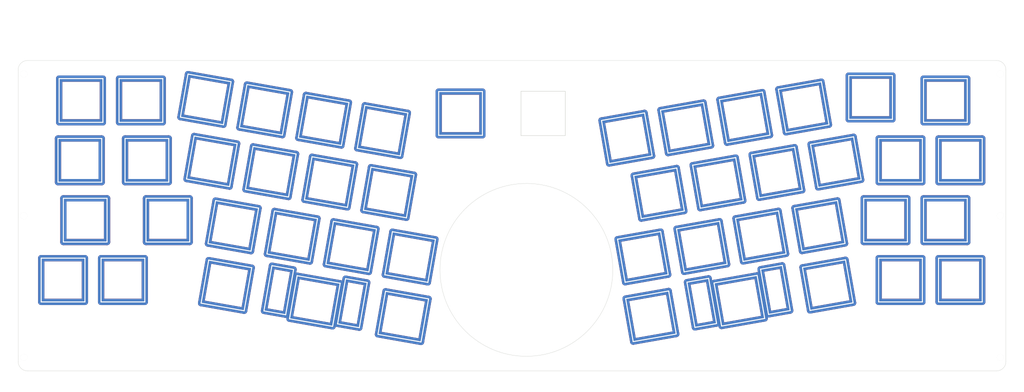
<source format=kicad_pcb>
(kicad_pcb (version 20211014) (generator pcbnew)
  (layers (0 "F.Cu" signal) (31 "B.Cu" signal) (34 "B.Paste" user) (35 "F.Paste" user) (36 "B.SilkS" user "B.Silkscreen") (37 "F.SilkS" user "F.Silkscreen") (38 "B.Mask" user) (39 "F.Mask" user) (44 "Edge.Cuts" user))
  (net 0 "")
  (footprint "kbd_SW_Hole:SW_Hole_TH_1" (layer "F.Cu") (at 55.245 49.021817)
    (fp_text reference "SW6" hide)
    (fp_text value "SW_PUSH" hide)
    (fp_line (start 7.05 7.05) (end -7.05 7.05) (layer "Edge.Cuts") (width 0.12))
    (fp_line (start -7.05 7.05) (end -7.05 -7.05) (layer "Edge.Cuts") (width 0.12))
    (fp_line (start -7.05 -7.05) (end 7.05 -7.05) (layer "Edge.Cuts") (width 0.12))
    (fp_line (start 7.05 -7.05) (end 7.05 7.05) (layer "Edge.Cuts") (width 0.12))
    (pad "1" thru_hole oval locked (at 0 6.95 90) (size 2 15.9) (drill oval 0.3 14.2) (layers *.Cu *.Mask))
    (pad "1" thru_hole oval locked (at 0 -6.95 90) (size 2 15.9) (drill oval 0.3 14.2) (layers *.Cu *.Mask))
    (pad "1" thru_hole oval locked (at 6.95 0) (size 2 15.9) (drill oval 0.3 14.2) (layers *.Cu *.Mask))
    (pad "1" thru_hole oval locked (at -6.95 0) (size 2 15.9) (drill oval 0.3 14.2) (layers *.Cu *.Mask))
  )
  (footprint "kbd_SW_Hole:SW_Hole_TH_1" (layer "F.Cu") (at 53.34 29.971817)
    (fp_text reference "SW5" hide)
    (fp_text value "SW_PUSH" hide)
    (fp_line (start 7.05 7.05) (end -7.05 7.05) (layer "Edge.Cuts") (width 0.12))
    (fp_line (start -7.05 -7.05) (end 7.05 -7.05) (layer "Edge.Cuts") (width 0.12))
    (fp_line (start -7.05 7.05) (end -7.05 -7.05) (layer "Edge.Cuts") (width 0.12))
    (fp_line (start 7.05 -7.05) (end 7.05 7.05) (layer "Edge.Cuts") (width 0.12))
    (pad "1" thru_hole oval locked (at 0 6.95 90) (size 2 15.9) (drill oval 0.3 14.2) (layers *.Cu *.Mask))
    (pad "1" thru_hole oval locked (at 0 -6.95 90) (size 2 15.9) (drill oval 0.3 14.2) (layers *.Cu *.Mask))
    (pad "1" thru_hole oval locked (at 6.95 0) (size 2 15.9) (drill oval 0.3 14.2) (layers *.Cu *.Mask))
    (pad "1" thru_hole oval locked (at -6.95 0) (size 2 15.9) (drill oval 0.3 14.2) (layers *.Cu *.Mask))
  )
  (footprint "kbd_SW_Hole:SW_Hole_TH_1.75" (layer "F.Cu") (at 35.6235 68.071817)
    (fp_text reference "SW3" hide)
    (fp_text value "SW_PUSH" hide)
    (fp_line (start -7.05 7.05) (end -7.05 -7.05) (layer "Edge.Cuts") (width 0.12))
    (fp_line (start 7.05 7.05) (end -7.05 7.05) (layer "Edge.Cuts") (width 0.12))
    (fp_line (start 7.05 -7.05) (end 7.05 7.05) (layer "Edge.Cuts") (width 0.12))
    (fp_line (start -7.05 -7.05) (end 7.05 -7.05) (layer "Edge.Cuts") (width 0.12))
    (pad "1" thru_hole oval locked (at -6.95 0) (size 2 15.9) (drill oval 0.3 14.2) (layers *.Cu *.Mask))
    (pad "1" thru_hole oval locked (at 0 6.95 90) (size 2 15.9) (drill oval 0.3 14.2) (layers *.Cu *.Mask))
    (pad "1" thru_hole oval locked (at 6.95 0) (size 2 15.9) (drill oval 0.3 14.2) (layers *.Cu *.Mask))
    (pad "1" thru_hole oval locked (at 0 -6.95 90) (size 2 15.9) (drill oval 0.3 14.2) (layers *.Cu *.Mask))
  )
  (footprint "kbd_SW_Hole:SW_Hole_TH_1" (layer "F.Cu") (at 34.29 29.971817)
    (fp_text reference "SW1" hide)
    (fp_text value "SW_PUSH" hide)
    (fp_line (start 7.05 -7.05) (end 7.05 7.05) (layer "Edge.Cuts") (width 0.12))
    (fp_line (start 7.05 7.05) (end -7.05 7.05) (layer "Edge.Cuts") (width 0.12))
    (fp_line (start -7.05 7.05) (end -7.05 -7.05) (layer "Edge.Cuts") (width 0.12))
    (fp_line (start -7.05 -7.05) (end 7.05 -7.05) (layer "Edge.Cuts") (width 0.12))
    (pad "1" thru_hole oval locked (at 6.95 0) (size 2 15.9) (drill oval 0.3 14.2) (layers *.Cu *.Mask))
    (pad "1" thru_hole oval locked (at 0 -6.95 90) (size 2 15.9) (drill oval 0.3 14.2) (layers *.Cu *.Mask))
    (pad "1" thru_hole oval locked (at -6.95 0) (size 2 15.9) (drill oval 0.3 14.2) (layers *.Cu *.Mask))
    (pad "1" thru_hole oval locked (at 0 6.95 90) (size 2 15.9) (drill oval 0.3 14.2) (layers *.Cu *.Mask))
  )
  (footprint "kbd_SW_Hole:SW_Hole_TH_1.25" (layer "F.Cu") (at 33.909 49.021817)
    (fp_text reference "SW2" hide)
    (fp_text value "KEY_SWITCH" hide)
    (fp_line (start 7.05 7.05) (end -7.05 7.05) (layer "Edge.Cuts") (width 0.12))
    (fp_line (start -7.05 -7.05) (end 7.05 -7.05) (layer "Edge.Cuts") (width 0.12))
    (fp_line (start -7.05 7.05) (end -7.05 -7.05) (layer "Edge.Cuts") (width 0.12))
    (fp_line (start 7.05 -7.05) (end 7.05 7.05) (layer "Edge.Cuts") (width 0.12))
    (pad "1" thru_hole oval locked (at 0 -6.95 90) (size 2 15.9) (drill oval 0.3 14.2) (layers *.Cu *.Mask))
    (pad "1" thru_hole oval locked (at -6.95 0) (size 2 15.9) (drill oval 0.3 14.2) (layers *.Cu *.Mask))
    (pad "1" thru_hole oval locked (at 0 6.95 90) (size 2 15.9) (drill oval 0.3 14.2) (layers *.Cu *.Mask))
    (pad "1" thru_hole oval locked (at 6.95 0) (size 2 15.9) (drill oval 0.3 14.2) (layers *.Cu *.Mask))
  )
  (footprint "kbd_SW_Hole:SW_Hole_TH_2" (layer "F.Cu") (at 108.699152 93.801291 170)
    (fp_text reference "SW16" hide)
    (fp_text value "KEY_SWITCH" hide)
    (fp_line (start -7.05 -7.05) (end 7.05 -7.05) (layer "Edge.Cuts") (width 0.15))
    (fp_line (start 15.5 8.8) (end 15.5 -6) (layer "Edge.Cuts") (width 0.12))
    (fp_line (start 8.3 -6) (end 8.3 8.8) (layer "Edge.Cuts") (width 0.12))
    (fp_line (start -7.05 7.05) (end -7.05 -7.05) (layer "Edge.Cuts") (width 0.15))
    (fp_line (start 15.5 -6) (end 8.3 -6) (layer "Edge.Cuts") (width 0.12))
    (fp_line (start 7.05 -7.05) (end 7.05 7.05) (layer "Edge.Cuts") (width 0.15))
    (fp_line (start 7.05 7.05) (end -7.05 7.05) (layer "Edge.Cuts") (width 0.15))
    (fp_line (start -8.3 -6) (end -8.3 8.8) (layer "Edge.Cuts") (width 0.12))
    (fp_line (start -8.3 8.8) (end -15.5 8.8) (layer "Edge.Cuts") (width 0.12))
    (fp_line (start -15.5 8.8) (end -15.5 -6) (layer "Edge.Cuts") (width 0.12))
    (fp_line (start -15.5 -6) (end -8.3 -6) (layer "Edge.Cuts") (width 0.12))
    (fp_line (start 8.3 8.8) (end 15.5 8.8) (layer "Edge.Cuts") (width 0.12))
    (pad "1" thru_hole oval locked (at 11.9 8.7 260) (size 2 8.9) (drill oval 0.3 7.3) (layers *.Cu *.Mask))
    (pad "1" thru_hole oval locked (at 0 6.95 260) (size 2 15.9) (drill oval 0.3 14.2) (layers *.Cu *.Mask))
    (pad "1" thru_hole oval locked (at -6.95 0 170) (size 2 15.9) (drill oval 0.3 14.2) (layers *.Cu *.Mask))
    (pad "1" thru_hole oval locked (at -15.4 1.4 170) (size 2 16.6) (drill oval 0.3 14.9) (layers *.Cu *.Mask))
    (pad "1" thru_hole oval locked (at 15.4 1.4 170) (size 2 16.6) (drill oval 0.3 14.9) (layers *.Cu *.Mask))
    (pad "1" thru_hole oval locked (at 8.4 1.4 170) (size 2 16.6) (drill oval 0.3 14.9) (layers *.Cu *.Mask))
    (pad "1" thru_hole oval locked (at 0 -6.95 260) (size 2 15.9) (drill oval 0.3 14.2) (layers *.Cu *.Mask))
    (pad "1" thru_hole oval locked (at -8.4 1.4 170) (size 2 16.6) (drill oval 0.3 14.9) (layers *.Cu *.Mask))
    (pad "1" thru_hole oval locked (at 11.9 -5.9 260) (size 2 8.9) (drill oval 0.3 7.3) (layers *.Cu *.Mask))
    (pad "1" thru_hole oval locked (at -11.9 8.7 260) (size 2 8.9) (drill oval 0.3 7.3) (layers *.Cu *.Mask))
    (pad "1" thru_hole oval locked (at 6.95 0 170) (size 2 15.9) (drill oval 0.3 14.2) (layers *.Cu *.Mask))
    (pad "1" thru_hole oval locked (at -11.9 -5.9 260) (size 2 8.9) (drill oval 0.3 7.3) (layers *.Cu *.Mask))
  )
  (footprint "kbd_SW_Hole:SW_Hole_TH_1" (layer "F.Cu") (at 47.625 87.121817)
    (fp_text reference "SW8" hide)
    (fp_text value "SW_PUSH" hide)
    (fp_line (start -7.05 -7.05) (end 7.05 -7.05) (layer "Edge.Cuts") (width 0.12))
    (fp_line (start -7.05 7.05) (end -7.05 -7.05) (layer "Edge.Cuts") (width 0.12))
    (fp_line (start 7.05 7.05) (end -7.05 7.05) (layer "Edge.Cuts") (width 0.12))
    (fp_line (start 7.05 -7.05) (end 7.05 7.05) (layer "Edge.Cuts") (width 0.12))
    (pad "1" thru_hole oval locked (at -6.95 0) (size 2 15.9) (drill oval 0.3 14.2) (layers *.Cu *.Mask))
    (pad "1" thru_hole oval locked (at 0 6.95 90) (size 2 15.9) (drill oval 0.3 14.2) (layers *.Cu *.Mask))
    (pad "1" thru_hole oval locked (at 0 -6.95 90) (size 2 15.9) (drill oval 0.3 14.2) (layers *.Cu *.Mask))
    (pad "1" thru_hole oval locked (at 6.95 0) (size 2 15.9) (drill oval 0.3 14.2) (layers *.Cu *.Mask))
  )
  (footprint "kbd_SW_Hole:SW_Hole_TH_1" (layer "F.Cu") (at 61.9125 68.071817)
    (fp_text reference "SW7" hide)
    (fp_text value "SW_PUSH" hide)
    (fp_line (start -7.05 -7.05) (end 7.05 -7.05) (layer "Edge.Cuts") (width 0.12))
    (fp_line (start -7.05 7.05) (end -7.05 -7.05) (layer "Edge.Cuts") (width 0.12))
    (fp_line (start 7.05 7.05) (end -7.05 7.05) (layer "Edge.Cuts") (width 0.12))
    (fp_line (start 7.05 -7.05) (end 7.05 7.05) (layer "Edge.Cuts") (width 0.12))
    (pad "1" thru_hole oval locked (at -6.95 0) (size 2 15.9) (drill oval 0.3 14.2) (layers *.Cu *.Mask))
    (pad "1" thru_hole oval locked (at 0 6.95 90) (size 2 15.9) (drill oval 0.3 14.2) (layers *.Cu *.Mask))
    (pad "1" thru_hole oval locked (at 6.95 0) (size 2 15.9) (drill oval 0.3 14.2) (layers *.Cu *.Mask))
    (pad "1" thru_hole oval locked (at 0 -6.95 90) (size 2 15.9) (drill oval 0.3 14.2) (layers *.Cu *.Mask))
  )
  (footprint "kbd_SW_Hole:SW_Hole_TH_1" (layer "F.Cu") (at 73.972946 29.646492 -10)
    (fp_text reference "SW9" hide)
    (fp_text value "SW_PUSH" hide)
    (fp_line (start 7.05 -7.05) (end 7.05 7.05) (layer "Edge.Cuts") (width 0.12))
    (fp_line (start -7.05 -7.05) (end 7.05 -7.05) (layer "Edge.Cuts") (width 0.12))
    (fp_line (start -7.05 7.05) (end -7.05 -7.05) (layer "Edge.Cuts") (width 0.12))
    (fp_line (start 7.05 7.05) (end -7.05 7.05) (layer "Edge.Cuts") (width 0.12))
    (pad "1" thru_hole oval locked (at -6.95 0 350) (size 2 15.9) (drill oval 0.3 14.2) (layers *.Cu *.Mask))
    (pad "1" thru_hole oval locked (at 0 -6.95 80) (size 2 15.9) (drill oval 0.3 14.2) (layers *.Cu *.Mask))
    (pad "1" thru_hole oval locked (at 0 6.95 80) (size 2 15.9) (drill oval 0.3 14.2) (layers *.Cu *.Mask))
    (pad "1" thru_hole oval locked (at 6.95 0 350) (size 2 15.9) (drill oval 0.3 14.2) (layers *.Cu *.Mask))
  )
  (footprint "kbd_SW_Hole:SW_Hole_TH_1" (layer "F.Cu") (at 28.575 87.121817)
    (fp_text reference "SW4" hide)
    (fp_text value "SW_PUSH" hide)
    (fp_line (start 7.05 7.05) (end -7.05 7.05) (layer "Edge.Cuts") (width 0.12))
    (fp_line (start -7.05 -7.05) (end 7.05 -7.05) (layer "Edge.Cuts") (width 0.12))
    (fp_line (start -7.05 7.05) (end -7.05 -7.05) (layer "Edge.Cuts") (width 0.12))
    (fp_line (start 7.05 -7.05) (end 7.05 7.05) (layer "Edge.Cuts") (width 0.12))
    (pad "1" thru_hole oval locked (at 6.95 0) (size 2 15.9) (drill oval 0.3 14.2) (layers *.Cu *.Mask))
    (pad "1" thru_hole oval locked (at -6.95 0) (size 2 15.9) (drill oval 0.3 14.2) (layers *.Cu *.Mask))
    (pad "1" thru_hole oval locked (at 0 6.95 90) (size 2 15.9) (drill oval 0.3 14.2) (layers *.Cu *.Mask))
    (pad "1" thru_hole oval locked (at 0 -6.95 90) (size 2 15.9) (drill oval 0.3 14.2) (layers *.Cu *.Mask))
  )
  (footprint "kbd_SW_Hole:SW_Hole_TH_1" (layer "F.Cu") (at 92.733533 32.95449 -10)
    (fp_text reference "SW13" hide)
    (fp_text value "SW_PUSH" hide)
    (fp_line (start -7.05 7.05) (end -7.05 -7.05) (layer "Edge.Cuts") (width 0.12))
    (fp_line (start 7.05 -7.05) (end 7.05 7.05) (layer "Edge.Cuts") (width 0.12))
    (fp_line (start 7.05 7.05) (end -7.05 7.05) (layer "Edge.Cuts") (width 0.12))
    (fp_line (start -7.05 -7.05) (end 7.05 -7.05) (layer "Edge.Cuts") (width 0.12))
    (pad "1" thru_hole oval locked (at 0 6.95 80) (size 2 15.9) (drill oval 0.3 14.2) (layers *.Cu *.Mask))
    (pad "1" thru_hole oval locked (at 0 -6.95 80) (size 2 15.9) (drill oval 0.3 14.2) (layers *.Cu *.Mask))
    (pad "1" thru_hole oval locked (at -6.95 0 350) (size 2 15.9) (drill oval 0.3 14.2) (layers *.Cu *.Mask))
    (pad "1" thru_hole oval locked (at 6.95 0 350) (size 2 15.9) (drill oval 0.3 14.2) (layers *.Cu *.Mask))
  )
  (footprint "kbd_SW_Hole:SW_Hole_TH_1" (layer "F.Cu") (at 136.840032 98.763287 -10)
    (fp_text reference "SW23" hide)
    (fp_text value "SW_PUSH" hide)
    (fp_line (start 7.05 -7.05) (end 7.05 7.05) (layer "Edge.Cuts") (width 0.12))
    (fp_line (start 7.05 7.05) (end -7.05 7.05) (layer "Edge.Cuts") (width 0.12))
    (fp_line (start -7.05 -7.05) (end 7.05 -7.05) (layer "Edge.Cuts") (width 0.12))
    (fp_line (start -7.05 7.05) (end -7.05 -7.05) (layer "Edge.Cuts") (width 0.12))
    (pad "1" thru_hole oval locked (at 0 -6.95 80) (size 2 15.9) (drill oval 0.3 14.2) (layers *.Cu *.Mask))
    (pad "1" thru_hole oval locked (at 6.95 0 350) (size 2 15.9) (drill oval 0.3 14.2) (layers *.Cu *.Mask))
    (pad "1" thru_hole oval locked (at -6.95 0 350) (size 2 15.9) (drill oval 0.3 14.2) (layers *.Cu *.Mask))
    (pad "1" thru_hole oval locked (at 0 6.95 80) (size 2 15.9) (drill oval 0.3 14.2) (layers *.Cu *.Mask))
  )
  (footprint "kbd_SW_Hole:SW_Hole_TH_1" (layer "F.Cu") (at 111.494121 36.262488 -10)
    (fp_text reference "SW17" hide)
    (fp_text value "SW_PUSH" hide)
    (fp_line (start 7.05 7.05) (end -7.05 7.05) (layer "Edge.Cuts") (width 0.12))
    (fp_line (start -7.05 -7.05) (end 7.05 -7.05) (layer "Edge.Cuts") (width 0.12))
    (fp_line (start 7.05 -7.05) (end 7.05 7.05) (layer "Edge.Cuts") (width 0.12))
    (fp_line (start -7.05 7.05) (end -7.05 -7.05) (layer "Edge.Cuts") (width 0.12))
    (pad "1" thru_hole oval locked (at 0 -6.95 80) (size 2 15.9) (drill oval 0.3 14.2) (layers *.Cu *.Mask))
    (pad "1" thru_hole oval locked (at -6.95 0 350) (size 2 15.9) (drill oval 0.3 14.2) (layers *.Cu *.Mask))
    (pad "1" thru_hole oval locked (at 6.95 0 350) (size 2 15.9) (drill oval 0.3 14.2) (layers *.Cu *.Mask))
    (pad "1" thru_hole oval locked (at 0 6.95 80) (size 2 15.9) (drill oval 0.3 14.2) (layers *.Cu *.Mask))
  )
  (footprint "kbd_SW_Hole:SW_Hole_TH_1" (layer "F.Cu") (at 130.254709 39.570487 -10)
    (fp_text reference "SW20" hide)
    (fp_text value "SW_PUSH" hide)
    (fp_line (start 7.05 7.05) (end -7.05 7.05) (layer "Edge.Cuts") (width 0.12))
    (fp_line (start -7.05 7.05) (end -7.05 -7.05) (layer "Edge.Cuts") (width 0.12))
    (fp_line (start 7.05 -7.05) (end 7.05 7.05) (layer "Edge.Cuts") (width 0.12))
    (fp_line (start -7.05 -7.05) (end 7.05 -7.05) (layer "Edge.Cuts") (width 0.12))
    (pad "1" thru_hole oval locked (at 0 6.95 80) (size 2 15.9) (drill oval 0.3 14.2) (layers *.Cu *.Mask))
    (pad "1" thru_hole oval locked (at 0 -6.95 80) (size 2 15.9) (drill oval 0.3 14.2) (layers *.Cu *.Mask))
    (pad "1" thru_hole oval locked (at -6.95 0 350) (size 2 15.9) (drill oval 0.3 14.2) (layers *.Cu *.Mask))
    (pad "1" thru_hole oval locked (at 6.95 0 350) (size 2 15.9) (drill oval 0.3 14.2) (layers *.Cu *.Mask))
  )
  (footprint "kbd_SW_Hole:SW_Hole_1" (layer "F.Cu") (at 181.356 34.0995)
    (fp_text reference "SW25" hide)
    (fp_text value "SW_PUSH" hide)
    (fp_line (start 7.05 -7.05) (end 7.05 7.05) (layer "Edge.Cuts") (width 0.15))
    (fp_line (start -7.05 -7.05) (end 7.05 -7.05) (layer "Edge.Cuts") (width 0.15))
    (fp_line (start 7.05 7.05) (end -7.05 7.05) (layer "Edge.Cuts") (width 0.15))
    (fp_line (start -7.05 7.05) (end -7.05 -7.05) (layer "Edge.Cuts") (width 0.15))
  )
  (footprint "kbd_SW_Hole:SW_Hole_TH_1" (layer "F.Cu") (at 314.1345 87.121817)
    (fp_text reference "SW48" hide)
    (fp_text value "SW_PUSH" hide)
    (fp_line (start 7.05 7.05) (end -7.05 7.05) (layer "Edge.Cuts") (width 0.12))
    (fp_line (start -7.05 7.05) (end -7.05 -7.05) (layer "Edge.Cuts") (width 0.12))
    (fp_line (start 7.05 -7.05) (end 7.05 7.05) (layer "Edge.Cuts") (width 0.12))
    (fp_line (start -7.05 -7.05) (end 7.05 -7.05) (layer "Edge.Cuts") (width 0.12))
    (pad "1" thru_hole oval locked (at 0 -6.95 90) (size 2 15.9) (drill oval 0.3 14.2) (layers *.Cu *.Mask))
    (pad "1" thru_hole oval locked (at -6.95 0) (size 2 15.9) (drill oval 0.3 14.2) (layers *.Cu *.Mask))
    (pad "1" thru_hole oval locked (at 0 6.95 90) (size 2 15.9) (drill oval 0.3 14.2) (layers *.Cu *.Mask))
    (pad "1" thru_hole oval locked (at 6.95 0) (size 2 15.9) (drill oval 0.3 14.2) (layers *.Cu *.Mask))
  )
  (footprint "kbd_SW_Hole:SW_Hole_TH_1" (layer "F.Cu") (at 314.1345 49.021817)
    (fp_text reference "SW46" hide)
    (fp_text value "SW_PUSH" hide)
    (fp_line (start -7.05 -7.05) (end 7.05 -7.05) (layer "Edge.Cuts") (width 0.12))
    (fp_line (start 7.05 -7.05) (end 7.05 7.05) (layer "Edge.Cuts") (width 0.12))
    (fp_line (start -7.05 7.05) (end -7.05 -7.05) (layer "Edge.Cuts") (width 0.12))
    (fp_line (start 7.05 7.05) (end -7.05 7.05) (layer "Edge.Cuts") (width 0.12))
    (pad "1" thru_hole oval locked (at 0 6.95 90) (size 2 15.9) (drill oval 0.3 14.2) (layers *.Cu *.Mask))
    (pad "1" thru_hole oval locked (at -6.95 0) (size 2 15.9) (drill oval 0.3 14.2) (layers *.Cu *.Mask))
    (pad "1" thru_hole oval locked (at 6.95 0) (size 2 15.9) (drill oval 0.3 14.2) (layers *.Cu *.Mask))
    (pad "1" thru_hole oval locked (at 0 -6.95 90) (size 2 15.9) (drill oval 0.3 14.2) (layers *.Cu *.Mask))
  )
  (footprint "kbd_SW_Hole:SW_Hole_TH_1" (layer "F.Cu") (at 309.372 68.071817)
    (fp_text reference "SW47" hide)
    (fp_text value "SW_PUSH" hide)
    (fp_line (start -7.05 7.05) (end -7.05 -7.05) (layer "Edge.Cuts") (width 0.12))
    (fp_line (start 7.05 -7.05) (end 7.05 7.05) (layer "Edge.Cuts") (width 0.12))
    (fp_line (start 7.05 7.05) (end -7.05 7.05) (layer "Edge.Cuts") (width 0.12))
    (fp_line (start -7.05 -7.05) (end 7.05 -7.05) (layer "Edge.Cuts") (width 0.12))
    (pad "1" thru_hole oval locked (at 0 6.95 90) (size 2 15.9) (drill oval 0.3 14.2) (layers *.Cu *.Mask))
    (pad "1" thru_hole oval locked (at -6.95 0) (size 2 15.9) (drill oval 0.3 14.2) (layers *.Cu *.Mask))
    (pad "1" thru_hole oval locked (at 0 -6.95 90) (size 2 15.9) (drill oval 0.3 14.2) (layers *.Cu *.Mask))
    (pad "1" thru_hole oval locked (at 6.95 0) (size 2 15.9) (drill oval 0.3 14.2) (layers *.Cu *.Mask))
  )
  (footprint "kbd_SW_Hole:SW_Hole_TH_1.5" (layer "F.Cu") (at 309.372 29.971817)
    (fp_text reference "SW45" hide)
    (fp_text value "SW_PUSH" hide)
    (fp_line (start 7.05 -7.05) (end 7.05 7.05) (layer "Edge.Cuts") (width 0.12))
    (fp_line (start -7.05 -7.05) (end 7.05 -7.05) (layer "Edge.Cuts") (width 0.12))
    (fp_line (start -7.05 7.05) (end -7.05 -7.05) (layer "Edge.Cuts") (width 0.12))
    (fp_line (start 7.05 7.05) (end -7.05 7.05) (layer "Edge.Cuts") (width 0.12))
    (pad "1" thru_hole oval locked (at 0 6.95 90) (size 2 15.9) (drill oval 0.3 14.2) (layers *.Cu *.Mask))
    (pad "1" thru_hole oval locked (at 6.95 0) (size 2 15.9) (drill oval 0.3 14.2) (layers *.Cu *.Mask))
    (pad "1" thru_hole oval locked (at -6.95 0) (size 2 15.9) (drill oval 0.3 14.2) (layers *.Cu *.Mask))
    (pad "1" thru_hole oval locked (at 0 -6.95 90) (size 2 15.9) (drill oval 0.3 14.2) (layers *.Cu *.Mask))
  )
  (footprint "kbd_Hole:m2_Screw_Hole_EdgeCuts" (layer "F.Cu") (at 16.075 21.55)
    (fp_text reference "J4" hide)
    (fp_text value "Conn_01x01" hide)
    (fp_circle (center 0 0) (end 1.1 0) (layer "Edge.Cuts") (width 0.01) (fill none))
  )
  (footprint "kbd_Hole:m2_Screw_Hole_EdgeCuts" (layer "F.Cu") (at 16.075 66.65)
    (fp_text reference "J5" hide)
    (fp_text value "Conn_01x01" hide)
    (fp_circle (center 0 0) (end 1.1 0) (layer "Edge.Cuts") (width 0.01) (fill none))
  )
  (footprint "kbd_Hole:m2_Screw_Hole_EdgeCuts" (layer "F.Cu") (at 16.075 111.75)
    (fp_text reference "J6" hide)
    (fp_text value "Conn_01x01" hide)
    (fp_circle (center 0 0) (end 1.1 0) (layer "Edge.Cuts") (width 0.01) (fill none))
  )
  (footprint "kbd_Hole:m2_Screw_Hole_EdgeCuts" (layer "F.Cu") (at 326.825 21.55)
    (fp_text reference "J11" hide)
    (fp_text value "Conn_01x01" hide)
    (fp_circle (center 0 0) (end 1.1 0) (layer "Edge.Cuts") (width 0.01) (fill none))
  )
  (footprint "kbd_Hole:m2_Screw_Hole_EdgeCuts" (layer "F.Cu") (at 326.825 66.65)
    (fp_text reference "J13" hide)
    (fp_text value "Conn_01x01" hide)
    (fp_circle (center 0 0) (end 1.1 0) (layer "Edge.Cuts") (width 0.01) (fill none))
  )
  (footprint "kbd_Hole:m2_Screw_Hole_EdgeCuts" (layer "F.Cu") (at 326.825 111.75)
    (fp_text reference "J15" hide)
    (fp_text value "Conn_01x01" hide)
    (fp_circle (center 0 0) (end 1.1 0) (layer "Edge.Cuts") (width 0.01) (fill none))
  )
  (footprint "kbd_Hole:m2_Screw_Hole_Fab" (layer "F.Cu") (at 11.075 13.05)
    (fp_text reference "J1" hide)
    (fp_text value "Conn_01x01" hide)
  )
  (footprint "kbd_Hole:m2_Screw_Hole_Fab" (layer "F.Cu") (at 11.075 66.65)
    (fp_text reference "J2" hide)
    (fp_text value "Conn_01x01" hide)
  )
  (footprint "kbd_Hole:m2_Screw_Hole_Fab" (layer "F.Cu") (at 11.075 120.25)
    (fp_text reference "J3" hide)
    (fp_text value "Conn_01x01" hide)
  )
  (footprint "kbd_Hole:m2_Screw_Hole_Fab" (layer "F.Cu") (at 108.575 13.05)
    (fp_text reference "J7" hide)
    (fp_text value "Conn_01x01" hide)
  )
  (footprint "kbd_Hole:m2_Screw_Hole_Fab" (layer "F.Cu") (at 234.325 13.05)
    (fp_text reference "J9" hide)
    (fp_text value "Conn_01x01" hide)
  )
  (footprint "kbd_Hole:m2_Screw_Hole_Fab" (layer "F.Cu") (at 108.575 120.25)
    (fp_text reference "J8" hide)
    (fp_text value "Conn_01x01" hide)
  )
  (footprint "kbd_Hole:m2_Screw_Hole_Fab" (layer "F.Cu") (at 234.325 120.25)
    (fp_text reference "J10" hide)
    (fp_text value "Conn_01x01" hide)
  )
  (footprint "kbd_Hole:m2_Screw_Hole_Fab" (layer "F.Cu") (at 331.825 13.05)
    (fp_text reference "J12" hide)
    (fp_text value "Conn_01x01" hide)
  )
  (footprint "kbd_Hole:m2_Screw_Hole_Fab" (layer "F.Cu") (at 331.825 66.65)
    (fp_text reference "J14" hide)
    (fp_text value "Conn_01x01" hide)
  )
  (footprint "kbd_Hole:m2_Screw_Hole_Fab" (layer "F.Cu") (at 331.825 120.25)
    (fp_text reference "J16" hide)
    (fp_text value "Conn_01x01" hide)
  )
  (footprint "kbd_SW_Hole:SW_Hole_TH_1" (layer "F.Cu") (at 295.0845 49.021817)
    (fp_text reference "SW42" hide)
    (fp_text value "SW_PUSH" hide)
    (fp_line (start 7.05 -7.05) (end 7.05 7.05) (layer "Edge.Cuts") (width 0.12))
    (fp_line (start -7.05 -7.05) (end 7.05 -7.05) (layer "Edge.Cuts") (width 0.12))
    (fp_line (start -7.05 7.05) (end -7.05 -7.05) (layer "Edge.Cuts") (width 0.12))
    (fp_line (start 7.05 7.05) (end -7.05 7.05) (layer "Edge.Cuts") (width 0.12))
    (pad "1" thru_hole oval locked (at -6.95 0) (size 2 15.9) (drill oval 0.3 14.2) (layers *.Cu *.Mask))
    (pad "1" thru_hole oval locked (at 0 -6.95 90) (size 2 15.9) (drill oval 0.3 14.2) (layers *.Cu *.Mask))
    (pad "1" thru_hole oval locked (at 0 6.95 90) (size 2 15.9) (drill oval 0.3 14.2) (layers *.Cu *.Mask))
    (pad "1" thru_hole oval locked (at 6.95 0) (size 2 15.9) (drill oval 0.3 14.2) (layers *.Cu *.Mask))
  )
  (footprint "kbd_SW_Hole:SW_Hole_TH_1" (layer "F.Cu") (at 215.652044 98.659405 10)
    (fp_text reference "SW29" hide)
    (fp_text value "SW_PUSH" hide)
    (fp_line (start -7.05 -7.05) (end 7.05 -7.05) (layer "Edge.Cuts") (width 0.12))
    (fp_line (start 7.05 7.05) (end -7.05 7.05) (layer "Edge.Cuts") (width 0.12))
    (fp_line (start 7.05 -7.05) (end 7.05 7.05) (layer "Edge.Cuts") (width 0.12))
    (fp_line (start -7.05 7.05) (end -7.05 -7.05) (layer "Edge.Cuts") (width 0.12))
    (pad "1" thru_hole oval locked (at 0 -6.95 100) (size 2 15.9) (drill oval 0.3 14.2) (layers *.Cu *.Mask))
    (pad "1" thru_hole oval locked (at 0 6.95 100) (size 2 15.9) (drill oval 0.3 14.2) (layers *.Cu *.Mask))
    (pad "1" thru_hole oval locked (at -6.95 0 10) (size 2 15.9) (drill oval 0.3 14.2) (layers *.Cu *.Mask))
    (pad "1" thru_hole oval locked (at 6.95 0 10) (size 2 15.9) (drill oval 0.3 14.2) (layers *.Cu *.Mask))
  )
  (footprint "kbd_SW_Hole:SW_Hole_TH_1" (layer "F.Cu") (at 269.376233 69.842504 10)
    (fp_text reference "SW39" hide)
    (fp_text value "SW_PUSH" hide)
    (fp_line (start -7.05 -7.05) (end 7.05 -7.05) (layer "Edge.Cuts") (width 0.12))
    (fp_line (start 7.05 7.05) (end -7.05 7.05) (layer "Edge.Cuts") (width 0.12))
    (fp_line (start 7.05 -7.05) (end 7.05 7.05) (layer "Edge.Cuts") (width 0.12))
    (fp_line (start -7.05 7.05) (end -7.05 -7.05) (layer "Edge.Cuts") (width 0.12))
    (pad "1" thru_hole oval locked (at 0 -6.95 100) (size 2 15.9) (drill oval 0.3 14.2) (layers *.Cu *.Mask))
    (pad "1" thru_hole oval locked (at 6.95 0 10) (size 2 15.9) (drill oval 0.3 14.2) (layers *.Cu *.Mask))
    (pad "1" thru_hole oval locked (at 0 6.95 100) (size 2 15.9) (drill oval 0.3 14.2) (layers *.Cu *.Mask))
    (pad "1" thru_hole oval locked (at -6.95 0 10) (size 2 15.9) (drill oval 0.3 14.2) (layers *.Cu *.Mask))
  )
  (footprint "kbd_SW_Hole:SW_Hole_TH_1" (layer "F.Cu") (at 264.261084 32.056689 10)
    (fp_text reference "SW37" hide)
    (fp_text value "SW_PUSH" hide)
    (fp_line (start -7.05 -7.05) (end 7.05 -7.05) (layer "Edge.Cuts") (width 0.12))
    (fp_line (start 7.05 -7.05) (end 7.05 7.05) (layer "Edge.Cuts") (width 0.12))
    (fp_line (start 7.05 7.05) (end -7.05 7.05) (layer "Edge.Cuts") (width 0.12))
    (fp_line (start -7.05 7.05) (end -7.05 -7.05) (layer "Edge.Cuts") (width 0.12))
    (pad "1" thru_hole oval locked (at 0 6.95 100) (size 2 15.9) (drill oval 0.3 14.2) (layers *.Cu *.Mask))
    (pad "1" thru_hole oval locked (at -6.95 0 10) (size 2 15.9) (drill oval 0.3 14.2) (layers *.Cu *.Mask))
    (pad "1" thru_hole oval locked (at 0 -6.95 100) (size 2 15.9) (drill oval 0.3 14.2) (layers *.Cu *.Mask))
    (pad "1" thru_hole oval locked (at 6.95 0 10) (size 2 15.9) (drill oval 0.3 14.2) (layers *.Cu *.Mask))
  )
  (footprint "kbd_SW_Hole:SW_Hole_TH_1" (layer "F.Cu") (at 75.917912 49.33332 -10)
    (fp_text reference "SW10" hide)
    (fp_text value "SW_PUSH" hide)
    (fp_line (start 7.05 7.05) (end -7.05 7.05) (layer "Edge.Cuts") (width 0.12))
    (fp_line (start 7.05 -7.05) (end 7.05 7.05) (layer "Edge.Cuts") (width 0.12))
    (fp_line (start -7.05 -7.05) (end 7.05 -7.05) (layer "Edge.Cuts") (width 0.12))
    (fp_line (start -7.05 7.05) (end -7.05 -7.05) (layer "Edge.Cuts") (width 0.12))
    (pad "1" thru_hole oval locked (at 0 -6.95 80) (size 2 15.9) (drill oval 0.3 14.2) (layers *.Cu *.Mask))
    (pad "1" thru_hole oval locked (at 6.95 0 350) (size 2 15.9) (drill oval 0.3 14.2) (layers *.Cu *.Mask))
    (pad "1" thru_hole oval locked (at 0 6.95 80) (size 2 15.9) (drill oval 0.3 14.2) (layers *.Cu *.Mask))
    (pad "1" thru_hole oval locked (at -6.95 0 350) (size 2 15.9) (drill oval 0.3 14.2) (layers *.Cu *.Mask))
  )
  (footprint "kbd_SW_Hole:SW_Hole_TH_1" (layer "F.Cu") (at 285.5595 29.019317)
    (fp_text reference "SW41" hide)
    (fp_text value "SW_PUSH" hide)
    (fp_line (start -7.05 7.05) (end -7.05 -7.05) (layer "Edge.Cuts") (width 0.12))
    (fp_line (start 7.05 -7.05) (end 7.05 7.05) (layer "Edge.Cuts") (width 0.12))
    (fp_line (start -7.05 -7.05) (end 7.05 -7.05) (layer "Edge.Cuts") (width 0.12))
    (fp_line (start 7.05 7.05) (end -7.05 7.05) (layer "Edge.Cuts") (width 0.12))
    (pad "1" thru_hole oval locked (at 6.95 0) (size 2 15.9) (drill oval 0.3 14.2) (layers *.Cu *.Mask))
    (pad "1" thru_hole oval locked (at 0 6.95 90) (size 2 15.9) (drill oval 0.3 14.2) (layers *.Cu *.Mask))
    (pad "1" thru_hole oval locked (at 0 -6.95 90) (size 2 15.9) (drill oval 0.3 14.2) (layers *.Cu *.Mask))
    (pad "1" thru_hole oval locked (at -6.95 0) (size 2 15.9) (drill oval 0.3 14.2) (layers *.Cu *.Mask))
  )
  (footprint "kbd_SW_Hole:SW_Hole_TH_1" (layer "F.Cu") (at 120.261807 76.496223 -10)
    (fp_text reference "SW19" hide)
    (fp_text value "SW_PUSH" hide)
    (fp_line (start -7.05 7.05) (end -7.05 -7.05) (layer "Edge.Cuts") (width 0.12))
    (fp_line (start -7.05 -7.05) (end 7.05 -7.05) (layer "Edge.Cuts") (width 0.12))
    (fp_line (start 7.05 -7.05) (end 7.05 7.05) (layer "Edge.Cuts") (width 0.12))
    (fp_line (start 7.05 7.05) (end -7.05 7.05) (layer "Edge.Cuts") (width 0.12))
    (pad "1" thru_hole oval locked (at 6.95 0 350) (size 2 15.9) (drill oval 0.3 14.2) (layers *.Cu *.Mask))
    (pad "1" thru_hole oval locked (at -6.95 0 350) (size 2 15.9) (drill oval 0.3 14.2) (layers *.Cu *.Mask))
    (pad "1" thru_hole oval locked (at 0 -6.95 80) (size 2 15.9) (drill oval 0.3 14.2) (layers *.Cu *.Mask))
    (pad "1" thru_hole oval locked (at 0 6.95 80) (size 2 15.9) (drill oval 0.3 14.2) (layers *.Cu *.Mask))
  )
  (footprint "kbd_SW_Hole:SW_Hole_TH_1" (layer "F.Cu") (at 250.615645 73.150502 10)
    (fp_text reference "SW36" hide)
    (fp_text value "SW_PUSH" hide)
    (fp_line (start 7.05 7.05) (end -7.05 7.05) (layer "Edge.Cuts") (width 0.12))
    (fp_line (start -7.05 -7.05) (end 7.05 -7.05) (layer "Edge.Cuts") (width 0.12))
    (fp_line (start 7.05 -7.05) (end 7.05 7.05) (layer "Edge.Cuts") (width 0.12))
    (fp_line (start -7.05 7.05) (end -7.05 -7.05) (layer "Edge.Cuts") (width 0.12))
    (pad "1" thru_hole oval locked (at 6.95 0 10) (size 2 15.9) (drill oval 0.3 14.2) (layers *.Cu *.Mask))
    (pad "1" thru_hole oval locked (at 0 6.95 100) (size 2 15.9) (drill oval 0.3 14.2) (layers *.Cu *.Mask))
    (pad "1" thru_hole oval locked (at -6.95 0 10) (size 2 15.9) (drill oval 0.3 14.2) (layers *.Cu *.Mask))
    (pad "1" thru_hole oval locked (at 0 -6.95 100) (size 2 15.9) (drill oval 0.3 14.2) (layers *.Cu *.Mask))
  )
  (footprint "kbd_SW_Hole:SW_Hole_TH_1" (layer "F.Cu") (at 80.55827 88.839294 -10)
    (fp_text reference "SW12" hide)
    (fp_text value "SW_PUSH" hide)
    (fp_line (start -7.05 7.05) (end -7.05 -7.05) (layer "Edge.Cuts") (width 0.12))
    (fp_line (start -7.05 -7.05) (end 7.05 -7.05) (layer "Edge.Cuts") (width 0.12))
    (fp_line (start 7.05 7.05) (end -7.05 7.05) (layer "Edge.Cuts") (width 0.12))
    (fp_line (start 7.05 -7.05) (end 7.05 7.05) (layer "Edge.Cuts") (width 0.12))
    (pad "1" thru_hole oval locked (at -6.95 0 350) (size 2 15.9) (drill oval 0.3 14.2) (layers *.Cu *.Mask))
    (pad "1" thru_hole oval locked (at 0 6.95 80) (size 2 15.9) (drill oval 0.3 14.2) (layers *.Cu *.Mask))
    (pad "1" thru_hole oval locked (at 0 -6.95 80) (size 2 15.9) (drill oval 0.3 14.2) (layers *.Cu *.Mask))
    (pad "1" thru_hole oval locked (at 6.95 0 350) (size 2 15.9) (drill oval 0.3 14.2) (layers *.Cu *.Mask))
  )
  (footprint "kbd_SW_Hole:SW_Hole_TH_1" (layer "F.Cu") (at 226.739909 38.672684 10)
    (fp_text reference "SW30" hide)
    (fp_text value "SW_PUSH" hide)
    (fp_line (start -7.05 -7.05) (end 7.05 -7.05) (layer "Edge.Cuts") (width 0.12))
    (fp_line (start 7.05 -7.05) (end 7.05 7.05) (layer "Edge.Cuts") (width 0.12))
    (fp_line (start -7.05 7.05) (end -7.05 -7.05) (layer "Edge.Cuts") (width 0.12))
    (fp_line (start 7.05 7.05) (end -7.05 7.05) (layer "Edge.Cuts") (width 0.12))
    (pad "1" thru_hole oval locked (at 0 -6.95 100) (size 2 15.9) (drill oval 0.3 14.2) (layers *.Cu *.Mask))
    (pad "1" thru_hole oval locked (at 6.95 0 10) (size 2 15.9) (drill oval 0.3 14.2) (layers *.Cu *.Mask))
    (pad "1" thru_hole oval locked (at -6.95 0 10) (size 2 15.9) (drill oval 0.3 14.2) (layers *.Cu *.Mask))
    (pad "1" thru_hole oval locked (at 0 6.95 100) (size 2 15.9) (drill oval 0.3 14.2) (layers *.Cu *.Mask))
  )
  (footprint "kbd_SW_Hole:SW_Hole_TH_1" (layer "F.Cu") (at 236.989324 56.209313 10)
    (fp_text reference "SW31" hide)
    (fp_text value "SW_PUSH" hide)
    (fp_line (start -7.05 -7.05) (end 7.05 -7.05) (layer "Edge.Cuts") (width 0.12))
    (fp_line (start -7.05 7.05) (end -7.05 -7.05) (layer "Edge.Cuts") (width 0.12))
    (fp_line (start 7.05 7.05) (end -7.05 7.05) (layer "Edge.Cuts") (width 0.12))
    (fp_line (start 7.05 -7.05) (end 7.05 7.05) (layer "Edge.Cuts") (width 0.12))
    (pad "1" thru_hole oval locked (at 6.95 0 10) (size 2 15.9) (drill oval 0.3 14.2) (layers *.Cu *.Mask))
    (pad "1" thru_hole oval locked (at 0 -6.95 100) (size 2 15.9) (drill oval 0.3 14.2) (layers *.Cu *.Mask))
    (pad "1" thru_hole oval locked (at -6.95 0 10) (size 2 15.9) (drill oval 0.3 14.2) (layers *.Cu *.Mask))
    (pad "1" thru_hole oval locked (at 0 6.95 100) (size 2 15.9) (drill oval 0.3 14.2) (layers *.Cu *.Mask))
  )
  (footprint "kbd_SW_Hole:SW_Hole_TH_1" (layer "F.Cu") (at 274.5105 49.593317 10)
    (fp_text reference "SW38" hide)
    (fp_text value "SW_PUSH" hide)
    (fp_line (start -7.05 -7.05) (end 7.05 -7.05) (layer "Edge.Cuts") (width 0.12))
    (fp_line (start 7.05 -7.05) (end 7.05 7.05) (layer "Edge.Cuts") (width 0.12))
    (fp_line (start 7.05 7.05) (end -7.05 7.05) (layer "Edge.Cuts") (width 0.12))
    (fp_line (start -7.05 7.05) (end -7.05 -7.05) (layer "Edge.Cuts") (width 0.12))
    (pad "1" thru_hole oval locked (at 6.95 0 10) (size 2 15.9) (drill oval 0.3 14.2) (layers *.Cu *.Mask))
    (pad "1" thru_hole oval locked (at 0 6.95 100) (size 2 15.9) (drill oval 0.3 14.2) (layers *.Cu *.Mask))
    (pad "1" thru_hole oval locked (at -6.95 0 10) (size 2 15.9) (drill oval 0.3 14.2) (layers *.Cu *.Mask))
    (pad "1" thru_hole oval locked (at 0 -6.95 100) (size 2 15.9) (drill oval 0.3 14.2) (layers *.Cu *.Mask))
  )
  (footprint "kbd_SW_Hole:SW_Hole_TH_1" (layer "F.Cu") (at 255.749912 52.901315 10)
    (fp_text reference "SW35" hide)
    (fp_text value "SW_PUSH" hide)
    (fp_line (start 7.05 -7.05) (end 7.05 7.05) (layer "Edge.Cuts") (width 0.12))
    (fp_line (start -7.05 7.05) (end -7.05 -7.05) (layer "Edge.Cuts") (width 0.12))
    (fp_line (start 7.05 7.05) (end -7.05 7.05) (layer "Edge.Cuts") (width 0.12))
    (fp_line (start -7.05 -7.05) (end 7.05 -7.05) (layer "Edge.Cuts") (width 0.12))
    (pad "1" thru_hole oval locked (at -6.95 0 10) (size 2 15.9) (drill oval 0.3 14.2) (layers *.Cu *.Mask))
    (pad "1" thru_hole oval locked (at 0 -6.95 100) (size 2 15.9) (drill oval 0.3 14.2) (layers *.Cu *.Mask))
    (pad "1" thru_hole oval locked (at 6.95 0 10) (size 2 15.9) (drill oval 0.3 14.2) (layers *.Cu *.Mask))
    (pad "1" thru_hole oval locked (at 0 6.95 100) (size 2 15.9) (drill oval 0.3 14.2) (layers *.Cu *.Mask))
  )
  (footprint "kbd_SW_Hole:SW_Hole_TH_1" (layer "F.Cu") (at 271.933807 88.735412 10)
    (fp_text reference "SW40" hide)
    (fp_text value "SW_PUSH" hide)
    (fp_line (start -7.05 7.05) (end -7.05 -7.05) (layer "Edge.Cuts") (width 0.12))
    (fp_line (start -7.05 -7.05) (end 7.05 -7.05) (layer "Edge.Cuts") (width 0.12))
    (fp_line (start 7.05 7.05) (end -7.05 7.05) (layer "Edge.Cuts") (width 0.12))
    (fp_line (start 7.05 -7.05) (end 7.05 7.05) (layer "Edge.Cuts") (width 0.12))
    (pad "1" thru_hole oval locked (at 0 -6.95 100) (size 2 15.9) (drill oval 0.3 14.2) (layers *.Cu *.Mask))
    (pad "1" thru_hole oval locked (at 0 6.95 100) (size 2 15.9) (drill oval 0.3 14.2) (layers *.Cu *.Mask))
    (pad "1" thru_hole oval locked (at 6.95 0 10) (size 2 15.9) (drill oval 0.3 14.2) (layers *.Cu *.Mask))
    (pad "1" thru_hole oval locked (at -6.95 0 10) (size 2 15.9) (drill oval 0.3 14.2) (layers *.Cu *.Mask))
  )
  (footprint "kbd_SW_Hole:SW_Hole_TH_1" (layer "F.Cu") (at 213.09447 79.766497 10)
    (fp_text reference "SW28" hide)
    (fp_text value "SW_PUSH" hide)
    (fp_line (start -7.05 7.05) (end -7.05 -7.05) (layer "Edge.Cuts") (width 0.12))
    (fp_line (start 7.05 -7.05) (end 7.05 7.05) (layer "Edge.Cuts") (width 0.12))
    (fp_line (start -7.05 -7.05) (end 7.05 -7.05) (layer "Edge.Cuts") (width 0.12))
    (fp_line (start 7.05 7.05) (end -7.05 7.05) (layer "Edge.Cuts") (width 0.12))
    (pad "1" thru_hole oval locked (at 0 -6.95 100) (size 2 15.9) (drill oval 0.3 14.2) (layers *.Cu *.Mask))
    (pad "1" thru_hole oval locked (at 6.95 0 10) (size 2 15.9) (drill oval 0.3 14.2) (layers *.Cu *.Mask))
    (pad "1" thru_hole oval locked (at 0 6.95 100) (size 2 15.9) (drill oval 0.3 14.2) (layers *.Cu *.Mask))
    (pad "1" thru_hole oval locked (at -6.95 0 10) (size 2 15.9) (drill oval 0.3 14.2) (layers *.Cu *.Mask))
  )
  (footprint "kbd_SW_Hole:SW_Hole_TH_1" (layer "F.Cu") (at 132.199675 59.257313 -10)
    (fp_text reference "SW21" hide)
    (fp_text value "SW_PUSH" hide)
    (fp_line (start -7.05 7.05) (end -7.05 -7.05) (layer "Edge.Cuts") (width 0.12))
    (fp_line (start 7.05 7.05) (end -7.05 7.05) (layer "Edge.Cuts") (width 0.12))
    (fp_line (start -7.05 -7.05) (end 7.05 -7.05) (layer "Edge.Cuts") (width 0.12))
    (fp_line (start 7.05 -7.05) (end 7.05 7.05) (layer "Edge.Cuts") (width 0.12))
    (pad "1" thru_hole oval locked (at 0 -6.95 80) (size 2 15.9) (drill oval 0.3 14.2) (layers *.Cu *.Mask))
    (pad "1" thru_hole oval locked (at -6.95 0 350) (size 2 15.9) (drill oval 0.3 14.2) (layers *.Cu *.Mask))
    (pad "1" thru_hole oval locked (at 6.95 0 350) (size 2 15.9) (drill oval 0.3 14.2) (layers *.Cu *.Mask))
    (pad "1" thru_hole oval locked (at 0 6.95 80) (size 2 15.9) (drill oval 0.3 14.2) (layers *.Cu *.Mask))
  )
  (footprint "kbd_SW_Hole:SW_Hole_TH_1" (layer "F.Cu") (at 113.439087 55.949315 -10)
    (fp_text reference "SW18" hide)
    (fp_text value "SW_PUSH" hide)
    (fp_line (start 7.05 7.05) (end -7.05 7.05) (layer "Edge.Cuts") (width 0.12))
    (fp_line (start 7.05 -7.05) (end 7.05 7.05) (layer "Edge.Cuts") (width 0.12))
    (fp_line (start -7.05 -7.05) (end 7.05 -7.05) (layer "Edge.Cuts") (width 0.12))
    (fp_line (start -7.05 7.05) (end -7.05 -7.05) (layer "Edge.Cuts") (width 0.12))
    (pad "1" thru_hole oval locked (at -6.95 0 350) (size 2 15.9) (drill oval 0.3 14.2) (layers *.Cu *.Mask))
    (pad "1" thru_hole oval locked (at 0 -6.95 80) (size 2 15.9) (drill oval 0.3 14.2) (layers *.Cu *.Mask))
    (pad "1" thru_hole oval locked (at 0 6.95 80) (size 2 15.9) (drill oval 0.3 14.2) (layers *.Cu *.Mask))
    (pad "1" thru_hole oval locked (at 6.95 0 350) (size 2 15.9) (drill oval 0.3 14.2) (layers *.Cu *.Mask))
  )
  (footprint "kbd_SW_Hole:SW_Hole_TH_1" (layer "F.Cu") (at 290.322 68.071817)
    (fp_text reference "SW43" hide)
    (fp_text value "SW_PUSH" hide)
    (fp_line (start -7.05 -7.05) (end 7.05 -7.05) (layer "Edge.Cuts") (width 0.12))
    (fp_line (start -7.05 7.05) (end -7.05 -7.05) (layer "Edge.Cuts") (width 0.12))
    (fp_line (start 7.05 -7.05) (end 7.05 7.05) (layer "Edge.Cuts") (width 0.12))
    (fp_line (start 7.05 7.05) (end -7.05 7.05) (layer "Edge.Cuts") (width 0.12))
    (pad "1" thru_hole oval locked (at 0 6.95 90) (size 2 15.9) (drill oval 0.3 14.2) (layers *.Cu *.Mask))
    (pad "1" thru_hole oval locked (at -6.95 0) (size 2 15.9) (drill oval 0.3 14.2) (layers *.Cu *.Mask))
    (pad "1" thru_hole oval locked (at 6.95 0) (size 2 15.9) (drill oval 0.3 14.2) (layers *.Cu *.Mask))
    (pad "1" thru_hole oval locked (at 0 -6.95 90) (size 2 15.9) (drill oval 0.3 14.2) (layers *.Cu *.Mask))
  )
  (footprint "kbd_SW_Hole:SW_Hole_TH_1" (layer "F.Cu") (at 101.501219 73.188225 -10)
    (fp_text reference "SW15" hide)
    (fp_text value "SW_PUSH" hide)
    (fp_line (start -7.05 -7.05) (end 7.05 -7.05) (layer "Edge.Cuts") (width 0.12))
    (fp_line (start 7.05 -7.05) (end 7.05 7.05) (layer "Edge.Cuts") (width 0.12))
    (fp_line (start 7.05 7.05) (end -7.05 7.05) (layer "Edge.Cuts") (width 0.12))
    (fp_line (start -7.05 7.05) (end -7.05 -7.05) (layer "Edge.Cuts") (width 0.12))
    (pad "1" thru_hole oval locked (at 6.95 0 350) (size 2 15.9) (drill oval 0.3 14.2) (layers *.Cu *.Mask))
    (pad "1" thru_hole oval locked (at 0 -6.95 80) (size 2 15.9) (drill oval 0.3 14.2) (layers *.Cu *.Mask))
    (pad "1" thru_hole oval locked (at -6.95 0 350) (size 2 15.9) (drill oval 0.3 14.2) (layers *.Cu *.Mask))
    (pad "1" thru_hole oval locked (at 0 6.95 80) (size 2 15.9) (drill oval 0.3 14.2) (layers *.Cu *.Mask))
  )
  (footprint "kbd_SW_Hole:SW_Hole_TH_1" (layer "F.Cu") (at 139.022395 79.804219 -10)
    (fp_text reference "SW22" hide)
    (fp_text value "SW_PUSH" hide)
    (fp_line (start 7.05 -7.05) (end 7.05 7.05) (layer "Edge.Cuts") (width 0.12))
    (fp_line (start 7.05 7.05) (end -7.05 7.05) (layer "Edge.Cuts") (width 0.12))
    (fp_line (start -7.05 -7.05) (end 7.05 -7.05) (layer "Edge.Cuts") (width 0.12))
    (fp_line (start -7.05 7.05) (end -7.05 -7.05) (layer "Edge.Cuts") (width 0.12))
    (pad "1" thru_hole oval locked (at 0 -6.95 80) (size 2 15.9) (drill oval 0.3 14.2) (layers *.Cu *.Mask))
    (pad "1" thru_hole oval locked (at 0 6.95 80) (size 2 15.9) (drill oval 0.3 14.2) (layers *.Cu *.Mask))
    (pad "1" thru_hole oval locked (at 6.95 0 350) (size 2 15.9) (drill oval 0.3 14.2) (layers *.Cu *.Mask))
    (pad "1" thru_hole oval locked (at -6.95 0 350) (size 2 15.9) (drill oval 0.3 14.2) (layers *.Cu *.Mask))
  )
  (footprint "kbd_SW_Hole:SW_Hole_TH_1" (layer "F.Cu") (at 207.979321 41.980682 10)
    (fp_text reference "SW26" hide)
    (fp_text value "SW_PUSH" hide)
    (fp_line (start 7.05 -7.05) (end 7.05 7.05) (layer "Edge.Cuts") (width 0.12))
    (fp_line (start -7.05 -7.05) (end 7.05 -7.05) (layer "Edge.Cuts") (width 0.12))
    (fp_line (start 7.05 7.05) (end -7.05 7.05) (layer "Edge.Cuts") (width 0.12))
    (fp_line (start -7.05 7.05) (end -7.05 -7.05) (layer "Edge.Cuts") (width 0.12))
    (pad "1" thru_hole oval locked (at 0 6.95 100) (size 2 15.9) (drill oval 0.3 14.2) (layers *.Cu *.Mask))
    (pad "1" thru_hole oval locked (at -6.95 0 10) (size 2 15.9) (drill oval 0.3 14.2) (layers *.Cu *.Mask))
    (pad "1" thru_hole oval locked (at 6.95 0 10) (size 2 15.9) (drill oval 0.3 14.2) (layers *.Cu *.Mask))
    (pad "1" thru_hole oval locked (at 0 -6.95 100) (size 2 15.9) (drill oval 0.3 14.2) (layers *.Cu *.Mask))
  )
  (footprint "kbd_SW_Hole:SW_Hole_TH_1" (layer "F.Cu") (at 94.6785 52.641317 -10)
    (fp_text reference "SW14" hide)
    (fp_text value "SW_PUSH" hide)
    (fp_line (start -7.05 7.05) (end -7.05 -7.05) (layer "Edge.Cuts") (width 0.12))
    (fp_line (start 7.05 7.05) (end -7.05 7.05) (layer "Edge.Cuts") (width 0.12))
    (fp_line (start 7.05 -7.05) (end 7.05 7.05) (layer "Edge.Cuts") (width 0.12))
    (fp_line (start -7.05 -7.05) (end 7.05 -7.05) (layer "Edge.Cuts") (width 0.12))
    (pad "1" thru_hole oval locked (at 0 6.95 80) (size 2 15.9) (drill oval 0.3 14.2) (layers *.Cu *.Mask))
    (pad "1" thru_hole oval locked (at 0 -6.95 80) (size 2 15.9) (drill oval 0.3 14.2) (layers *.Cu *.Mask))
    (pad "1" thru_hole oval locked (at 6.95 0 350) (size 2 15.9) (drill oval 0.3 14.2) (layers *.Cu *.Mask))
    (pad "1" thru_hole oval locked (at -6.95 0 350) (size 2 15.9) (drill oval 0.3 14.2) (layers *.Cu *.Mask))
  )
  (footprint "kbd_SW_Hole:SW_Hole_TH_1" (layer "F.Cu") (at 245.500497 35.364687 10)
    (fp_text reference "SW34" hide)
    (fp_text value "SW_PUSH" hide)
    (fp_line (start 7.05 7.05) (end -7.05 7.05) (layer "Edge.Cuts") (width 0.12))
    (fp_line (start -7.05 7.05) (end -7.05 -7.05) (layer "Edge.Cuts") (width 0.12))
    (fp_line (start 7.05 -7.05) (end 7.05 7.05) (layer "Edge.Cuts") (width 0.12))
    (fp_line (start -7.05 -7.05) (end 7.05 -7.05) (layer "Edge.Cuts") (width 0.12))
    (pad "1" thru_hole oval locked (at 0 -6.95 100) (size 2 15.9) (drill oval 0.3 14.2) (layers *.Cu *.Mask))
    (pad "1" thru_hole oval locked (at 6.95 0 10) (size 2 15.9) (drill oval 0.3 14.2) (layers *.Cu *.Mask))
    (pad "1" thru_hole oval locked (at -6.95 0 10) (size 2 15.9) (drill oval 0.3 14.2) (layers *.Cu *.Mask))
    (pad "1" thru_hole oval locked (at 0 6.95 100) (size 2 15.9) (drill oval 0.3 14.2) (layers *.Cu *.Mask))
  )
  (footprint "kbd_SW_Hole:SW_Hole_TH_2" (layer "F.Cu") (at 243.792926 93.697408 -170)
    (fp_text reference "SW33" hide)
    (fp_text value "KEY_SWITCH" hide)
    (fp_line (start -8.3 -6) (end -8.3 8.8) (layer "Edge.Cuts") (width 0.12))
    (fp_line (start 8.3 8.8) (end 15.5 8.8) (layer "Edge.Cuts") (width 0.12))
    (fp_line (start 7.05 -7.05) (end 7.05 7.05) (layer "Edge.Cuts") (width 0.15))
    (fp_line (start 8.3 -6) (end 8.3 8.8) (layer "Edge.Cuts") (width 0.12))
    (fp_line (start -7.05 -7.05) (end 7.05 -7.05) (layer "Edge.Cuts") (width 0.15))
    (fp_line (start 15.5 -6) (end 8.3 -6) (layer "Edge.Cuts") (width 0.12))
    (fp_line (start -15.5 -6) (end -8.3 -6) (layer "Edge.Cuts") (width 0.12))
    (fp_line (start -7.05 7.05) (end -7.05 -7.05) (layer "Edge.Cuts") (width 0.15))
    (fp_line (start -15.5 8.8) (end -15.5 -6) (layer "Edge.Cuts") (width 0.12))
    (fp_line (start 15.5 8.8) (end 15.5 -6) (layer "Edge.Cuts") (width 0.12))
    (fp_line (start -8.3 8.8) (end -15.5 8.8) (layer "Edge.Cuts") (width 0.12))
    (fp_line (start 7.05 7.05) (end -7.05 7.05) (layer "Edge.Cuts") (width 0.15))
    (pad "1" thru_hole oval locked (at -15.4 1.4 190) (size 2 16.6) (drill oval 0.3 14.9) (layers *.Cu *.Mask))
    (pad "1" thru_hole oval locked (at 8.4 1.4 190) (size 2 16.6) (drill oval 0.3 14.9) (layers *.Cu *.Mask))
    (pad "1" thru_hole oval locked (at 0 6.95 280) (size 2 15.9) (drill oval 0.3 14.2) (layers *.Cu *.Mask))
    (pad "1" thru_hole oval locked (at 0 -6.95 280) (size 2 15.9) (drill oval 0.3 14.2) (layers *.Cu *.Mask))
    (pad "1" thru_hole oval locked (at 6.95 0 190) (size 2 15.9) (drill oval 0.3 14.2) (layers *.Cu *.Mask))
    (pad "1" thru_hole oval locked (at -11.9 8.7 280) (size 2 8.9) (drill oval 0.3 7.3) (layers *.Cu *.Mask))
    (pad "1" thru_hole oval locked (at 15.4 1.4 190) (size 2 16.6) (drill oval 0.3 14.9) (layers *.Cu *.Mask))
    (pad "1" thru_hole oval locked (at 11.9 -5.9 280) (size 2 8.9) (drill oval 0.3 7.3) (layers *.Cu *.Mask))
    (pad "1" thru_hole oval locked (at 11.9 8.7 280) (size 2 8.9) (drill oval 0.3 7.3) (layers *.Cu *.Mask))
    (pad "1" thru_hole oval locked (at -8.4 1.4 190) (size 2 16.6) (drill oval 0.3 14.9) (layers *.Cu *.Mask))
    (pad "1" thru_hole oval locked (at -6.95 0 190) (size 2 15.9) (drill oval 0.3 14.2) (layers *.Cu *.Mask))
    (pad "1" thru_hole oval locked (at -11.9 -5.9 280) (size 2 8.9) (drill oval 0.3 7.3) (layers *.Cu *.Mask))
  )
  (footprint "kbd_SW_Hole:SW_Hole_TH_1" (layer "F.Cu") (at 295.0845 87.121817)
    (fp_text reference "SW44" hide)
    (fp_text value "SW_PUSH" hide)
    (fp_line (start -7.05 7.05) (end -7.05 -7.05) (layer "Edge.Cuts") (width 0.12))
    (fp_line (start 7.05 7.05) (end -7.05 7.05) (layer "Edge.Cuts") (width 0.12))
    (fp_line (start 7.05 -7.05) (end 7.05 7.05) (layer "Edge.Cuts") (width 0.12))
    (fp_line (start -7.05 -7.05) (end 7.05 -7.05) (layer "Edge.Cuts") (width 0.12))
    (pad "1" thru_hole oval locked (at -6.95 0) (size 2 15.9) (drill oval 0.3 14.2) (layers *.Cu *.Mask))
    (pad "1" thru_hole oval locked (at 6.95 0) (size 2 15.9) (drill oval 0.3 14.2) (layers *.Cu *.Mask))
    (pad "1" thru_hole oval locked (at 0 -6.95 90) (size 2 15.9) (drill oval 0.3 14.2) (layers *.Cu *.Mask))
    (pad "1" thru_hole oval locked (at 0 6.95 90) (size 2 15.9) (drill oval 0.3 14.2) (layers *.Cu *.Mask))
  )
  (footprint "kbd_SW_Hole:SW_Hole_TH_1" (layer "F.Cu") (at 231.855058 76.4585 10)
    (fp_text reference "SW32" hide)
    (fp_text value "SW_PUSH" hide)
    (fp_line (start 7.05 -7.05) (end 7.05 7.05) (layer "Edge.Cuts") (width 0.12))
    (fp_line (start -7.05 7.05) (end -7.05 -7.05) (layer "Edge.Cuts") (width 0.12))
    (fp_line (start 7.05 7.05) (end -7.05 7.05) (layer "Edge.Cuts") (width 0.12))
    (fp_line (start -7.05 -7.05) (end 7.05 -7.05) (layer "Edge.Cuts") (width 0.12))
    (pad "1" thru_hole oval locked (at 0 -6.95 100) (size 2 15.9) (drill oval 0.3 14.2) (layers *.Cu *.Mask))
    (pad "1" thru_hole oval locked (at 0 6.95 100) (size 2 15.9) (drill oval 0.3 14.2) (layers *.Cu *.Mask))
    (pad "1" thru_hole oval locked (at 6.95 0 10) (size 2 15.9) (drill oval 0.3 14.2) (layers *.Cu *.Mask))
    (pad "1" thru_hole oval locked (at -6.95 0 10) (size 2 15.9) (drill oval 0.3 14.2) (layers *.Cu *.Mask))
  )
  (footprint "kbd_SW_Hole:SW_Hole_TH_1" (layer "F.Cu") (at 82.740632 69.880226 -10)
    (fp_text reference "SW11" hide)
    (fp_text value "SW_PUSH" hide)
    (fp_line (start -7.05 -7.05) (end 7.05 -7.05) (layer "Edge.Cuts") (width 0.12))
    (fp_line (start -7.05 7.05) (end -7.05 -7.05) (layer "Edge.Cuts") (width 0.12))
    (fp_line (start 7.05 -7.05) (end 7.05 7.05) (layer "Edge.Cuts") (width 0.12))
    (fp_line (start 7.05 7.05) (end -7.05 7.05) (layer "Edge.Cuts") (width 0.12))
    (pad "1" thru_hole oval locked (at -6.95 0 350) (size 2 15.9) (drill oval 0.3 14.2) (layers *.Cu *.Mask))
    (pad "1" thru_hole oval locked (at 6.95 0 350) (size 2 15.9) (drill oval 0.3 14.2) (layers *.Cu *.Mask))
    (pad "1" thru_hole oval locked (at 0 6.95 80) (size 2 15.9) (drill oval 0.3 14.2) (layers *.Cu *.Mask))
    (pad "1" thru_hole oval locked (at 0 -6.95 80) (size 2 15.9) (drill oval 0.3 14.2) (layers *.Cu *.Mask))
  )
  (footprint "kbd_SW_Hole:SW_Hole_TH_1" (layer "F.Cu") (at 155.067 34.0995)
    (fp_text reference "SW24" hide)
    (fp_text value "SW_PUSH" hide)
    (fp_line (start -7.05 -7.05) (end 7.05 -7.05) (layer "Edge.Cuts") (width 0.12))
    (fp_line (start 7.05 7.05) (end -7.05 7.05) (layer "Edge.Cuts") (width 0.12))
    (fp_line (start -7.05 7.05) (end -7.05 -7.05) (layer "Edge.Cuts") (width 0.12))
    (fp_line (start 7.05 -7.05) (end 7.05 7.05) (layer "Edge.Cuts") (width 0.12))
    (pad "1" thru_hole oval locked (at 0 -6.95 90) (size 2 15.9) (drill oval 0.3 14.2) (layers *.Cu *.Mask))
    (pad "1" thru_hole oval locked (at 0 6.95 90) (size 2 15.9) (drill oval 0.3 14.2) (layers *.Cu *.Mask))
    (pad "1" thru_hole oval locked (at -6.95 0) (size 2 15.9) (drill oval 0.3 14.2) (layers *.Cu *.Mask))
    (pad "1" thru_hole oval locked (at 6.95 0) (size 2 15.9) (drill oval 0.3 14.2) (layers *.Cu *.Mask))
  )
  (footprint "kbd_SW_Hole:SW_Hole_TH_1" (layer "F.Cu") (at 218.228737 59.517311 10)
    (fp_text reference "SW27" hide)
    (fp_text value "SW_PUSH" hide)
    (fp_line (start -7.05 7.05) (end -7.05 -7.05) (layer "Edge.Cuts") (width 0.12))
    (fp_line (start -7.05 -7.05) (end 7.05 -7.05) (layer "Edge.Cuts") (width 0.12))
    (fp_line (start 7.05 -7.05) (end 7.05 7.05) (layer "Edge.Cuts") (width 0.12))
    (fp_line (start 7.05 7.05) (end -7.05 7.05) (layer "Edge.Cuts") (width 0.12))
    (pad "1" thru_hole oval locked (at 6.95 0 10) (size 2 15.9) (drill oval 0.3 14.2) (layers *.Cu *.Mask))
    (pad "1" thru_hole oval locked (at 0 6.95 100) (size 2 15.9) (drill oval 0.3 14.2) (layers *.Cu *.Mask))
    (pad "1" thru_hole oval locked (at -6.95 0 10) (size 2 15.9) (drill oval 0.3 14.2) (layers *.Cu *.Mask))
    (pad "1" thru_hole oval locked (at 0 -6.95 100) (size 2 15.9) (drill oval 0.3 14.2) (layers *.Cu *.Mask))
  )
  (gr_arc (start 325.625 17.25) (mid 327.74632 18.12868) (end 328.625 20.25) (layer "Edge.Cuts") (width 0.1))
  (gr_arc (start 14.275 20.25) (mid 15.15368 18.12868) (end 17.275 17.25) (layer "Edge.Cuts") (width 0.1))
  (gr_arc (start 17.275 116.05) (mid 15.15368 115.17132) (end 14.275 113.05) (layer "Edge.Cuts") (width 0.1))
  (gr_line (start 325.625 17.25) (end 17.275 17.25) (layer "Edge.Cuts") (width 0.1))
  (gr_line (start 328.625 113.05) (end 328.625 20.25) (layer "Edge.Cuts") (width 0.1))
  (gr_circle (center 176.022 83.888) (end 203.522 83.888) (layer "Edge.Cuts") (width 0.1) (fill none))
  (gr_arc (start 328.625 113.05) (mid 327.74632 115.17132) (end 325.625 116.05) (layer "Edge.Cuts") (width 0.1))
  (gr_line (start 14.275 20.25) (end 14.275 113.05) (layer "Edge.Cuts") (width 0.1))
  (gr_line (start 17.275 116.05) (end 325.625 116.05) (layer "Edge.Cuts") (width 0.1))
)
</source>
